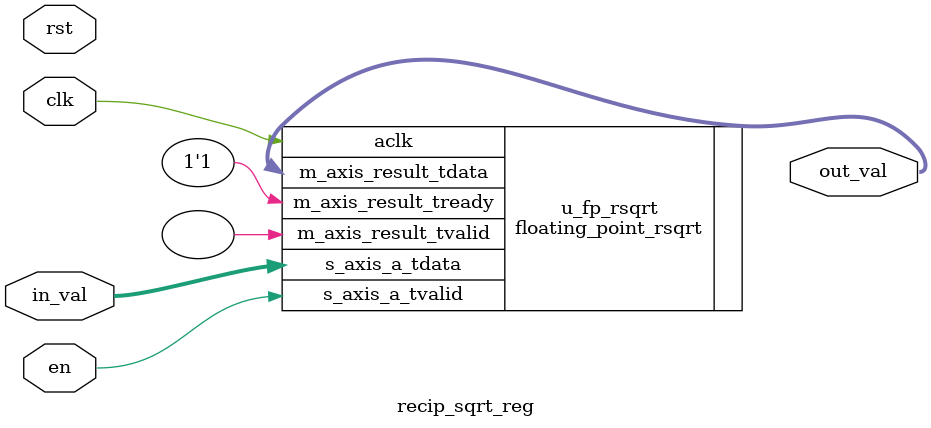
<source format=v>
module recip_sqrt_reg #(
    parameter WIDTH = 16
)(
    input  wire clk,
    input  wire rst,
    input  wire en,
    input  wire [WIDTH-1:0] in_val,
    output wire [WIDTH-1:0] out_val
);

    floating_point_rsqrt u_fp_rsqrt (
        .aclk(clk),
        .s_axis_a_tvalid(en),
        .s_axis_a_tdata(in_val),
        .m_axis_result_tvalid(),     // 무시
        .m_axis_result_tready(1'b1), // 항상 1
        .m_axis_result_tdata(out_val)
    );

endmodule

</source>
